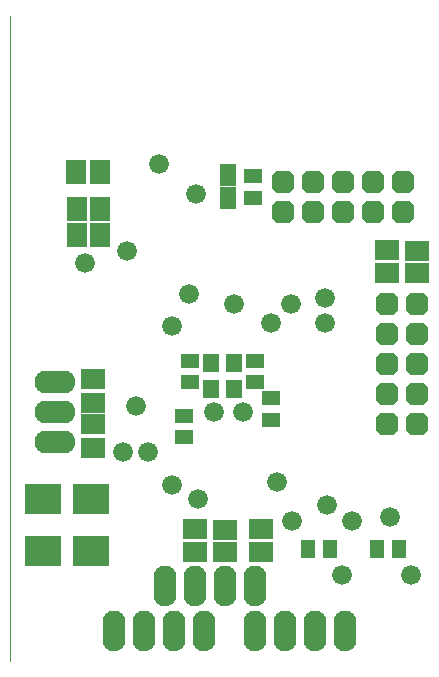
<source format=gbs>
%FSLAX44Y44*%
%MOMM*%
G71*
G01*
G75*
G04 Layer_Color=16711935*
%ADD10R,0.5588X1.2700*%
%ADD11R,1.2700X0.5588*%
%ADD12R,2.5146X3.5052*%
%ADD13R,3.5052X2.5146*%
%ADD14R,1.3208X1.6002*%
%ADD15R,1.2192X1.2192*%
%ADD16R,0.6604X2.0320*%
%ADD17R,1.2192X1.2192*%
%ADD18R,2.0066X1.5240*%
%ADD19R,2.0066X3.8100*%
%ADD20R,1.6002X1.3208*%
%ADD21C,0.8128*%
%ADD22C,0.4064*%
%ADD23C,0.3048*%
%ADD24C,0.3050*%
%ADD25C,0.4060*%
%ADD26C,0.0000*%
G04:AMPARAMS|DCode=27|XSize=1.524mm|YSize=1.524mm|CornerRadius=0mm|HoleSize=0mm|Usage=FLASHONLY|Rotation=0.000|XOffset=0mm|YOffset=0mm|HoleType=Round|Shape=Octagon|*
%AMOCTAGOND27*
4,1,8,0.7620,-0.3810,0.7620,0.3810,0.3810,0.7620,-0.3810,0.7620,-0.7620,0.3810,-0.7620,-0.3810,-0.3810,-0.7620,0.3810,-0.7620,0.7620,-0.3810,0.0*
%
%ADD27OCTAGOND27*%

%ADD28O,3.0480X1.5240*%
%ADD29O,1.5240X3.0480*%
G04:AMPARAMS|DCode=30|XSize=1.524mm|YSize=1.524mm|CornerRadius=0mm|HoleSize=0mm|Usage=FLASHONLY|Rotation=270.000|XOffset=0mm|YOffset=0mm|HoleType=Round|Shape=Octagon|*
%AMOCTAGOND30*
4,1,8,-0.3810,-0.7620,0.3810,-0.7620,0.7620,-0.3810,0.7620,0.3810,0.3810,0.7620,-0.3810,0.7620,-0.7620,0.3810,-0.7620,-0.3810,-0.3810,-0.7620,0.0*
%
%ADD30OCTAGOND30*%

%ADD31C,1.2700*%
%ADD32R,0.8128X1.2192*%
%ADD33R,1.2192X0.8128*%
%ADD34R,1.0160X1.5240*%
%ADD35R,1.0160X1.2192*%
%ADD36R,2.7432X2.1590*%
%ADD37C,0.6096*%
%ADD38C,0.1524*%
%ADD39C,0.2032*%
%ADD40C,0.0508*%
%ADD41C,0.0518*%
%ADD42C,0.0648*%
%ADD43C,0.2540*%
%ADD44R,0.2032X0.2016*%
%ADD45R,1.2700X1.9050*%
%ADD46R,0.7620X1.7780*%
%ADD47R,1.2700X0.7620*%
%ADD48R,0.2016X0.2032*%
%ADD49R,0.9652X1.6764*%
%ADD50R,1.6764X0.9652*%
%ADD51R,2.9210X3.9116*%
%ADD52R,3.9116X2.9210*%
%ADD53R,1.7272X2.0066*%
%ADD54R,1.6256X1.6256*%
%ADD55R,1.0668X2.4384*%
%ADD56R,1.6256X1.6256*%
%ADD57R,2.4130X1.9304*%
%ADD58R,2.4130X4.2164*%
%ADD59R,2.0066X1.7272*%
G04:AMPARAMS|DCode=60|XSize=1.9304mm|YSize=1.9304mm|CornerRadius=0mm|HoleSize=0mm|Usage=FLASHONLY|Rotation=0.000|XOffset=0mm|YOffset=0mm|HoleType=Round|Shape=Octagon|*
%AMOCTAGOND60*
4,1,8,0.9652,-0.4826,0.9652,0.4826,0.4826,0.9652,-0.4826,0.9652,-0.9652,0.4826,-0.9652,-0.4826,-0.4826,-0.9652,0.4826,-0.9652,0.9652,-0.4826,0.0*
%
%ADD60OCTAGOND60*%

%ADD61O,3.4544X1.9304*%
%ADD62O,1.9304X3.4544*%
G04:AMPARAMS|DCode=63|XSize=1.9304mm|YSize=1.9304mm|CornerRadius=0mm|HoleSize=0mm|Usage=FLASHONLY|Rotation=270.000|XOffset=0mm|YOffset=0mm|HoleType=Round|Shape=Octagon|*
%AMOCTAGOND63*
4,1,8,-0.4826,-0.9652,0.4826,-0.9652,0.9652,-0.4826,0.9652,0.4826,0.4826,0.9652,-0.4826,0.9652,-0.9652,0.4826,-0.9652,-0.4826,-0.4826,-0.9652,0.0*
%
%ADD63OCTAGOND63*%

%ADD64C,1.6764*%
%ADD65R,1.2192X1.6256*%
%ADD66R,1.6256X1.2192*%
%ADD67R,1.4224X1.9304*%
%ADD68R,1.4224X1.6256*%
%ADD69R,3.1496X2.5654*%
D26*
Y546100D01*
D53*
X75540Y382270D02*
D03*
X56388D02*
D03*
X75540Y360680D02*
D03*
X56388D02*
D03*
X55880Y414020D02*
D03*
X76040D02*
D03*
D59*
X212090Y92100D02*
D03*
Y111252D02*
D03*
X156210Y92100D02*
D03*
Y111252D02*
D03*
X181610Y111100D02*
D03*
Y91948D02*
D03*
X69850Y200660D02*
D03*
Y180500D02*
D03*
Y218440D02*
D03*
Y238600D02*
D03*
X344246Y347320D02*
D03*
Y328168D02*
D03*
X318770Y328320D02*
D03*
Y347472D02*
D03*
D60*
X231140Y379730D02*
D03*
Y405130D02*
D03*
X256540Y379730D02*
D03*
Y405130D02*
D03*
X281940Y379730D02*
D03*
Y405130D02*
D03*
X307340Y379730D02*
D03*
Y405130D02*
D03*
X332740Y379730D02*
D03*
Y405130D02*
D03*
D61*
X38100Y185420D02*
D03*
Y210820D02*
D03*
Y236220D02*
D03*
D62*
X163830Y25400D02*
D03*
X138430D02*
D03*
X113030D02*
D03*
X87630D02*
D03*
X283210D02*
D03*
X257810D02*
D03*
X232410D02*
D03*
X207010D02*
D03*
X130810Y63500D02*
D03*
X156210D02*
D03*
X181610D02*
D03*
X207010D02*
D03*
D63*
X344170Y200660D02*
D03*
Y226060D02*
D03*
Y251460D02*
D03*
Y276860D02*
D03*
Y302260D02*
D03*
X318770Y200660D02*
D03*
Y226060D02*
D03*
Y251460D02*
D03*
Y276860D02*
D03*
Y302260D02*
D03*
D64*
X63500Y336550D02*
D03*
X125730Y420370D02*
D03*
X280670Y72390D02*
D03*
X339090D02*
D03*
X321310Y121920D02*
D03*
X267970Y132080D02*
D03*
X226060Y151130D02*
D03*
X238760Y118110D02*
D03*
X289560D02*
D03*
X98810Y346960D02*
D03*
X157480Y394970D02*
D03*
X137160Y283210D02*
D03*
X150876Y310896D02*
D03*
X137160Y148590D02*
D03*
X158750Y137160D02*
D03*
X95250Y176530D02*
D03*
X116840D02*
D03*
X106680Y215900D02*
D03*
X266700Y307340D02*
D03*
Y285750D02*
D03*
X237490Y302260D02*
D03*
X220980Y285750D02*
D03*
X189230Y302260D02*
D03*
X172720Y210820D02*
D03*
X196850D02*
D03*
D65*
X270331Y94500D02*
D03*
X252187D02*
D03*
X328751D02*
D03*
X310607D02*
D03*
D66*
X220980Y222360D02*
D03*
Y204216D02*
D03*
X205740Y410320D02*
D03*
Y392176D02*
D03*
X152400Y236110D02*
D03*
Y254254D02*
D03*
X207010Y236110D02*
D03*
Y254254D02*
D03*
X147320Y189120D02*
D03*
Y207264D02*
D03*
D67*
X184150Y391920D02*
D03*
Y410972D02*
D03*
D68*
X170180Y230300D02*
D03*
Y252476D02*
D03*
X189230Y230300D02*
D03*
Y252476D02*
D03*
D69*
X68580Y137414D02*
D03*
X68326Y93218D02*
D03*
X27940Y137414D02*
D03*
X27686Y93218D02*
D03*
M02*

</source>
